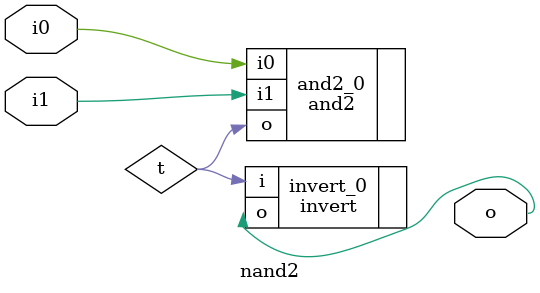
<source format=v>
module nand2 (
    input wire i0,       // in operand i0
    input wire i1,       // in operand i1
    
    output wire o        // out signal o
);

    wire t;

    and2 and2_0 (
        .i0(i0),
        .i1(i1),
        .o(t)
    ); // Module

    invert invert_0 (
        .i(t),
        .o(o)
    ); // Module

endmodule
</source>
